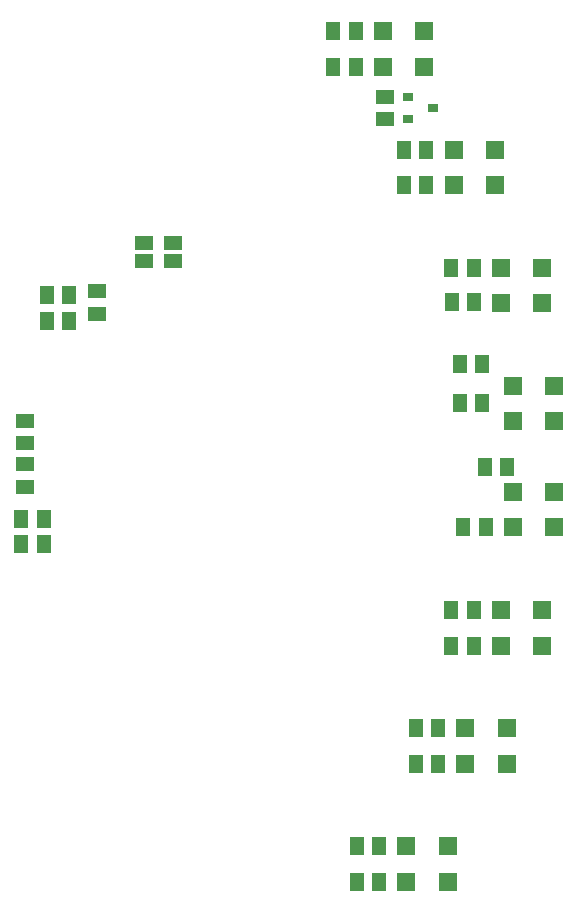
<source format=gbr>
G04 EAGLE Gerber RS-274X export*
G75*
%MOMM*%
%FSLAX34Y34*%
%LPD*%
%INSolderpaste Bottom*%
%IPPOS*%
%AMOC8*
5,1,8,0,0,1.08239X$1,22.5*%
G01*
%ADD10R,1.500000X1.500000*%
%ADD11R,1.300000X1.600000*%
%ADD12R,0.900000X0.800000*%
%ADD13R,1.600000X1.300000*%
%ADD14R,1.300000X1.500000*%
%ADD15R,1.600200X1.168400*%


D10*
X587500Y730000D03*
X552500Y730000D03*
D11*
X529500Y730000D03*
X510500Y730000D03*
D10*
X647500Y630000D03*
X612500Y630000D03*
D11*
X589500Y630000D03*
X570500Y630000D03*
D10*
X687500Y530000D03*
X652500Y530000D03*
D11*
X630036Y530704D03*
X611036Y530704D03*
D10*
X697500Y430000D03*
X662500Y430000D03*
D11*
X636452Y445240D03*
X617452Y445240D03*
D10*
X697500Y370000D03*
X662500Y370000D03*
D11*
X657788Y391336D03*
X638788Y391336D03*
D10*
X687500Y270000D03*
X652500Y270000D03*
D11*
X629500Y270000D03*
X610500Y270000D03*
D10*
X657500Y170000D03*
X622500Y170000D03*
D11*
X599500Y170000D03*
X580500Y170000D03*
D10*
X607500Y70000D03*
X572500Y70000D03*
D11*
X549500Y70000D03*
X530500Y70000D03*
D10*
X552500Y760000D03*
X587500Y760000D03*
D11*
X529500Y760000D03*
X510500Y760000D03*
D10*
X612500Y660000D03*
X647500Y660000D03*
D11*
X589500Y660000D03*
X570500Y660000D03*
D10*
X652500Y560000D03*
X687500Y560000D03*
D11*
X629500Y560000D03*
X610500Y560000D03*
D10*
X662500Y460000D03*
X697500Y460000D03*
D11*
X636452Y478288D03*
X617452Y478288D03*
D10*
X662500Y340000D03*
X697500Y340000D03*
D11*
X639500Y340000D03*
X620500Y340000D03*
D10*
X652500Y240000D03*
X687500Y240000D03*
D11*
X629500Y240000D03*
X610500Y240000D03*
D10*
X622500Y140000D03*
X657500Y140000D03*
D11*
X599500Y140000D03*
X580500Y140000D03*
D10*
X572500Y40000D03*
X607500Y40000D03*
D11*
X549500Y40000D03*
X530500Y40000D03*
D12*
X573800Y685796D03*
X573800Y704796D03*
X594800Y695296D03*
D13*
X554244Y704796D03*
X554244Y685796D03*
X249936Y430124D03*
X249936Y411124D03*
X249936Y374548D03*
X249936Y393548D03*
D11*
X246532Y347472D03*
X265532Y347472D03*
X246532Y326136D03*
X265532Y326136D03*
D14*
X267868Y515112D03*
X286868Y515112D03*
D15*
X374904Y580644D03*
X374904Y565404D03*
X350520Y580644D03*
X350520Y565404D03*
D13*
X310896Y539852D03*
X310896Y520852D03*
D11*
X267868Y536448D03*
X286868Y536448D03*
M02*

</source>
